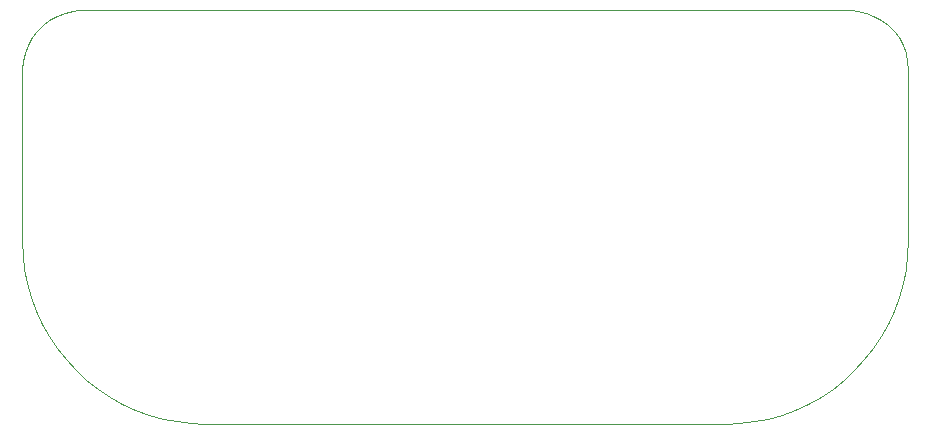
<source format=gbr>
%TF.GenerationSoftware,KiCad,Pcbnew,7.0.7*%
%TF.CreationDate,2025-04-06T11:57:42-05:00*%
%TF.ProjectId,LASK5_V2-0,4c41534b-355f-4563-922d-302e6b696361,rev?*%
%TF.SameCoordinates,Original*%
%TF.FileFunction,Profile,NP*%
%FSLAX46Y46*%
G04 Gerber Fmt 4.6, Leading zero omitted, Abs format (unit mm)*
G04 Created by KiCad (PCBNEW 7.0.7) date 2025-04-06 11:57:42*
%MOMM*%
%LPD*%
G01*
G04 APERTURE LIST*
%TA.AperFunction,Profile*%
%ADD10C,0.003779*%
%TD*%
G04 APERTURE END LIST*
D10*
X125263998Y-100360997D02*
X124122000Y-99940000D01*
X183164992Y-98160001D02*
X182152991Y-98836000D01*
X186630988Y-66572000D02*
X187256995Y-66914001D01*
X118144999Y-66322999D02*
X118841998Y-66171001D01*
X181090995Y-99431001D02*
X179985992Y-99940000D01*
X188373992Y-91551999D02*
X187864997Y-92656999D01*
X187269996Y-93718999D02*
X186593993Y-94731000D01*
X114756999Y-69711000D02*
X115006000Y-69043000D01*
X179985992Y-99940000D02*
X178843993Y-100360997D01*
X152053996Y-101120000D02*
X130053998Y-101120000D01*
X128837999Y-101072000D02*
X127629000Y-100928998D01*
X114554000Y-71120000D02*
X114604999Y-70408000D01*
X115734000Y-91551999D02*
X115312999Y-90410001D01*
X115006000Y-69043000D02*
X115347999Y-68417000D01*
X189125991Y-89238000D02*
X188794990Y-90410001D01*
X121954998Y-98836000D02*
X120942999Y-98160001D01*
X116838000Y-93718999D02*
X116242999Y-92656999D01*
X186593993Y-94731000D02*
X185839988Y-95686000D01*
X118268000Y-95686000D02*
X117513999Y-94731000D01*
X124122000Y-99940000D02*
X123016998Y-99431001D01*
X178843993Y-100360997D02*
X177671989Y-100691999D01*
X117477000Y-66572000D02*
X118144999Y-66322999D01*
X127629000Y-100928998D02*
X126435999Y-100691999D01*
X114604999Y-70408000D02*
X114756999Y-69711000D01*
X184821998Y-96757396D02*
X184119994Y-97405999D01*
X185013991Y-96579999D02*
X184821998Y-96757396D01*
X177671989Y-100691999D02*
X176478995Y-100928998D01*
X118841998Y-66171001D02*
X119285998Y-66139197D01*
X187864997Y-92656999D02*
X187269996Y-93718999D01*
X126435999Y-100691999D02*
X125263998Y-100360997D01*
X185839988Y-95686000D02*
X185013991Y-96579999D01*
X189553992Y-83620000D02*
X189553992Y-85620000D01*
X116242999Y-92656999D02*
X115734000Y-91551999D01*
X176478995Y-100928998D02*
X175269996Y-101072000D01*
X184821998Y-66139197D02*
X185265998Y-66171001D01*
X188332992Y-67846000D02*
X188759994Y-68417000D01*
X174053996Y-101120000D02*
X152053996Y-101120000D01*
X189350989Y-69711000D02*
X189502997Y-70408000D01*
X117513999Y-94731000D02*
X116838000Y-93718999D01*
X114602000Y-86836000D02*
X114554000Y-85620000D01*
X184119994Y-97405999D02*
X183164992Y-98160001D01*
X114982001Y-89238000D02*
X114745002Y-88044999D01*
X119285998Y-66139197D02*
X119554000Y-66120000D01*
X119987998Y-97405999D02*
X119285998Y-96757396D01*
X130053998Y-101120000D02*
X128837999Y-101072000D01*
X185962989Y-66322999D02*
X186630988Y-66572000D01*
X184553992Y-66120000D02*
X184821998Y-66139197D01*
X189505988Y-86836000D02*
X189362990Y-88044999D01*
X115775000Y-67846000D02*
X116280002Y-67341001D01*
X189101997Y-69043000D02*
X189350989Y-69711000D01*
X115347999Y-68417000D02*
X115775000Y-67846000D01*
X182152991Y-98836000D02*
X181090995Y-99431001D01*
X119554000Y-66120000D02*
X152053996Y-66120000D01*
X114554000Y-83620000D02*
X114554000Y-71120000D01*
X120942999Y-98160001D02*
X119987998Y-97405999D01*
X114745002Y-88044999D02*
X114602000Y-86836000D01*
X188794990Y-90410001D02*
X188373992Y-91551999D01*
X187256995Y-66914001D02*
X187827994Y-67341001D01*
X116280002Y-67341001D02*
X116851001Y-66914001D01*
X115312999Y-90410001D02*
X114982001Y-89238000D01*
X187827994Y-67341001D02*
X188332992Y-67846000D01*
X185265998Y-66171001D02*
X185962989Y-66322999D01*
X114554000Y-85620000D02*
X114554000Y-83620000D01*
X119094000Y-96579999D02*
X118268000Y-95686000D01*
X119285998Y-96757396D02*
X119094000Y-96579999D01*
X175269996Y-101072000D02*
X174053996Y-101120000D01*
X123016998Y-99431001D02*
X121954998Y-98836000D01*
X189502997Y-70408000D02*
X189553992Y-71120000D01*
X189553992Y-71120000D02*
X189553992Y-83620000D01*
X152053996Y-66120000D02*
X184553992Y-66120000D01*
X116851001Y-66914001D02*
X117477000Y-66572000D01*
X189553992Y-85620000D02*
X189505988Y-86836000D01*
X188759994Y-68417000D02*
X189101997Y-69043000D01*
X189362990Y-88044999D02*
X189125991Y-89238000D01*
M02*

</source>
